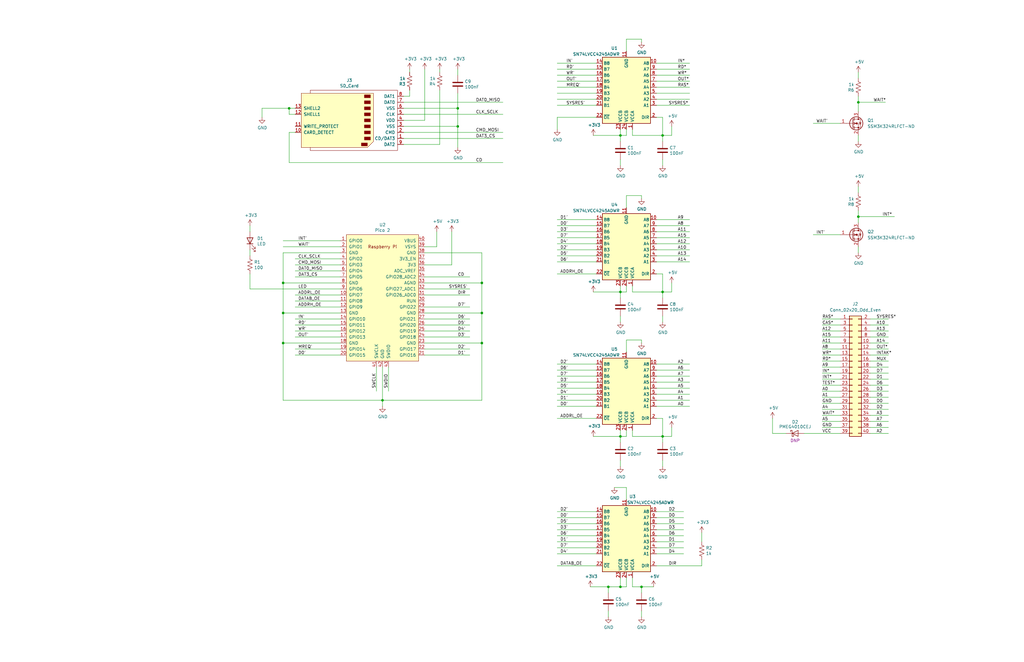
<source format=kicad_sch>
(kicad_sch (version 20250114) (generator "eeschema") (generator_version "9.0")
  (paper "B")
  (lib_symbols
    (symbol "Connector:SD_Card" (pin_names (offset 1.016))
      (property "Reference" "J" (at -16.51 13.97 0))
      (property "Value" "SD_Card" (at 15.24 -13.97 0))
      (symbol "SD_Card_1_1"
        (pin input line (at -22.86 10.16 0) (length 2.54) (name "DAT2") (number "9"))
        (pin input line (at -22.86 7.62 0) (length 2.54) (name "CD/DAT3") (number "1"))
        (pin input line (at -22.86 5.08 0) (length 2.54) (name "CMD") (number "2"))
        (pin power_in line (at -22.86 2.54 0) (length 2.54) (name "VSS") (number "3"))
        (pin power_in line (at -22.86 0 0) (length 2.54) (name "VDD") (number "4"))
        (pin input line (at -22.86 -2.54 0) (length 2.54) (name "CLK") (number "5"))
        (pin power_in line (at -22.86 -5.08 0) (length 2.54) (name "VSS") (number "6"))
        (pin input line (at -22.86 -7.62 0) (length 2.54) (name "DAT0") (number "7"))
        (pin input line (at -22.86 -10.16 0) (length 2.54) (name "DAT1") (number "8"))
        (pin input line (at 22.86 5.08 180) (length 2.54) (name "CARD_DETECT") (number "10"))
        (pin input line (at 22.86 2.54 180) (length 2.54) (name "WRITE_PROTECT") (number "11"))
        (pin input line (at 22.86 -2.54 180) (length 2.54) (name "SHELL1") (number "12"))
        (pin input line (at 22.86 -5.08 180) (length 2.54) (name "SHELL2") (number "13"))
      )
    )
    (symbol "Connector_Generic:Conn_02x20_Odd_Even" (pin_names (offset 1.016) (hide yes))
      (property "Reference" "J" (at 1.27 25.4 0))
      (property "Value" "Conn_02x20_Odd_Even" (at 1.27 -27.94 0))
      (symbol "Conn_02x20_Odd_Even_1_1"
        (pin passive line (at -5.08 22.86 0) (length 3.81) (name "Pin_1") (number "1"))
        (pin passive line (at -5.08 20.32 0) (length 3.81) (name "Pin_3") (number "3"))
        (pin passive line (at -5.08 17.78 0) (length 3.81) (name "Pin_5") (number "5"))
        (pin passive line (at -5.08 15.24 0) (length 3.81) (name "Pin_7") (number "7"))
        (pin passive line (at -5.08 12.7 0) (length 3.81) (name "Pin_9") (number "9"))
        (pin passive line (at -5.08 10.16 0) (length 3.81) (name "Pin_11") (number "11"))
        (pin passive line (at -5.08 7.62 0) (length 3.81) (name "Pin_13") (number "13"))
        (pin passive line (at -5.08 5.08 0) (length 3.81) (name "Pin_15") (number "15"))
        (pin passive line (at -5.08 2.54 0) (length 3.81) (name "Pin_17") (number "17"))
        (pin passive line (at -5.08 0 0) (length 3.81) (name "Pin_19") (number "19"))
        (pin passive line (at -5.08 -2.54 0) (length 3.81) (name "Pin_21") (number "21"))
        (pin passive line (at -5.08 -5.08 0) (length 3.81) (name "Pin_23") (number "23"))
        (pin passive line (at -5.08 -7.62 0) (length 3.81) (name "Pin_25") (number "25"))
        (pin passive line (at -5.08 -10.16 0) (length 3.81) (name "Pin_27") (number "27"))
        (pin passive line (at -5.08 -12.7 0) (length 3.81) (name "Pin_29") (number "29"))
        (pin passive line (at -5.08 -15.24 0) (length 3.81) (name "Pin_31") (number "31"))
        (pin passive line (at -5.08 -17.78 0) (length 3.81) (name "Pin_33") (number "33"))
        (pin passive line (at -5.08 -20.32 0) (length 3.81) (name "Pin_35") (number "35"))
        (pin passive line (at -5.08 -22.86 0) (length 3.81) (name "Pin_37") (number "37"))
        (pin passive line (at -5.08 -25.4 0) (length 3.81) (name "Pin_39") (number "39"))
        (pin passive line (at 7.62 22.86 180) (length 3.81) (name "Pin_2") (number "2"))
        (pin passive line (at 7.62 20.32 180) (length 3.81) (name "Pin_4") (number "4"))
        (pin passive line (at 7.62 17.78 180) (length 3.81) (name "Pin_6") (number "6"))
        (pin passive line (at 7.62 15.24 180) (length 3.81) (name "Pin_8") (number "8"))
        (pin passive line (at 7.62 12.7 180) (length 3.81) (name "Pin_10") (number "10"))
        (pin passive line (at 7.62 10.16 180) (length 3.81) (name "Pin_12") (number "12"))
        (pin passive line (at 7.62 7.62 180) (length 3.81) (name "Pin_14") (number "14"))
        (pin passive line (at 7.62 5.08 180) (length 3.81) (name "Pin_16") (number "16"))
        (pin passive line (at 7.62 2.54 180) (length 3.81) (name "Pin_18") (number "18"))
        (pin passive line (at 7.62 0 180) (length 3.81) (name "Pin_20") (number "20"))
        (pin passive line (at 7.62 -2.54 180) (length 3.81) (name "Pin_22") (number "22"))
        (pin passive line (at 7.62 -5.08 180) (length 3.81) (name "Pin_24") (number "24"))
        (pin passive line (at 7.62 -7.62 180) (length 3.81) (name "Pin_26") (number "26"))
        (pin passive line (at 7.62 -10.16 180) (length 3.81) (name "Pin_28") (number "28"))
        (pin passive line (at 7.62 -12.7 180) (length 3.81) (name "Pin_30") (number "30"))
        (pin passive line (at 7.62 -15.24 180) (length 3.81) (name "Pin_32") (number "32"))
        (pin passive line (at 7.62 -17.78 180) (length 3.81) (name "Pin_34") (number "34"))
        (pin passive line (at 7.62 -20.32 180) (length 3.81) (name "Pin_36") (number "36"))
        (pin passive line (at 7.62 -22.86 180) (length 3.81) (name "Pin_38") (number "38"))
        (pin passive line (at 7.62 -25.4 180) (length 3.81) (name "Pin_40") (number "40"))
      )
    )
    (symbol "Device:C" (pin_numbers (hide yes)) (pin_names (offset 0.254))
      (property "Reference" "C" (at 0.635 2.54 0))
      (property "Value" "C" (at 0.635 -2.54 0))
      (symbol "C_1_1"
        (pin passive line (at 0 3.81 270) (length 2.794) (name "~") (number "1"))
        (pin passive line (at 0 -3.81 90) (length 2.794) (name "~") (number "2"))
      )
    )
    (symbol "Device:LED" (pin_numbers (hide yes)) (pin_names (offset 1.016) (hide yes))
      (property "Reference" "D" (at 0 2.54 0))
      (property "Value" "LED" (at 0 -2.54 0))
      (symbol "LED_1_1"
        (pin passive line (at -3.81 0 0) (length 2.54) (name "K") (number "1"))
        (pin passive line (at 3.81 0 180) (length 2.54) (name "A") (number "2"))
      )
    )
    (symbol "Device:Q_NMOS_GSD" (pin_names (offset 0) (hide yes))
      (property "Reference" "Q" (at 5.08 1.27 0))
      (property "Value" "Q_NMOS_GSD" (at 5.08 -1.27 0))
      (symbol "Q_NMOS_GSD_1_1"
        (pin input line (at -5.08 0 0) (length 2.54) (name "G") (number "1"))
        (pin passive line (at 2.54 5.08 270) (length 2.54) (name "D") (number "3"))
        (pin passive line (at 2.54 -5.08 90) (length 2.54) (name "S") (number "2"))
      )
    )
    (symbol "Device:R_US" (pin_numbers (hide yes)) (pin_names (offset 0))
      (property "Reference" "R" (at 2.54 0 90))
      (property "Value" "R_US" (at -2.54 0 90))
      (symbol "R_US_1_1"
        (pin passive line (at 0 3.81 270) (length 1.27) (name "~") (number "1"))
        (pin passive line (at 0 -3.81 90) (length 1.27) (name "~") (number "2"))
      )
    )
    (symbol "Diode:PMEG4010CEJ" (pin_numbers (hide yes)) (pin_names (hide yes))
      (property "Reference" "D" (at 0 2.54 0))
      (property "Value" "PMEG4010CEJ" (at 0 -2.54 0))
      (symbol "PMEG4010CEJ_1_1"
        (pin passive line (at -3.81 0 0) (length 2.54) (name "K") (number "1"))
        (pin passive line (at 3.81 0 180) (length 2.54) (name "A") (number "2"))
      )
    )
    (symbol "Logic_LevelTranslator:SN74AVC8T245PW"
      (property "Reference" "U" (at -8.89 13.97 0))
      (property "Value" "SN74AVC8T245PW" (at 12.7 13.97 0))
      (symbol "SN74AVC8T245PW_1_1"
        (pin input line (at -12.7 10.16 0) (length 2.54) (name "DIR") (number "2"))
        (pin bidirectional line (at -12.7 5.08 0) (length 2.54) (name "A1") (number "3"))
        (pin bidirectional line (at -12.7 2.54 0) (length 2.54) (name "A2") (number "4"))
        (pin bidirectional line (at -12.7 0 0) (length 2.54) (name "A3") (number "5"))
        (pin bidirectional line (at -12.7 -2.54 0) (length 2.54) (name "A4") (number "6"))
        (pin bidirectional line (at -12.7 -5.08 0) (length 2.54) (name "A5") (number "7"))
        (pin bidirectional line (at -12.7 -7.62 0) (length 2.54) (name "A6") (number "8"))
        (pin bidirectional line (at -12.7 -10.16 0) (length 2.54) (name "A7") (number "9"))
        (pin bidirectional line (at -12.7 -12.7 0) (length 2.54) (name "A8") (number "10"))
        (pin power_in line (at -2.54 15.24 270) (length 2.54) (name "VCCA") (number "1"))
        (pin power_in line (at 0 15.24 270) (length 2.54) (name "VCCB") (number "24"))
        (pin power_in line (at 0 -17.78 90) (length 2.54) (name "GND") (number "11"))
        (pin passive line (at 0 -17.78 90) (length 2.54) (hide yes) (name "GND") (number "12"))
        (pin passive line (at 0 -17.78 90) (length 2.54) (hide yes) (name "GND") (number "13"))
        (pin power_in line (at 2.54 15.24 270) (length 2.54) (name "VCCB") (number "23"))
        (pin input line (at 12.7 10.16 180) (length 2.54) (name "~{OE}") (number "22"))
        (pin bidirectional line (at 12.7 5.08 180) (length 2.54) (name "B1") (number "21"))
        (pin bidirectional line (at 12.7 2.54 180) (length 2.54) (name "B2") (number "20"))
        (pin bidirectional line (at 12.7 0 180) (length 2.54) (name "B3") (number "19"))
        (pin bidirectional line (at 12.7 -2.54 180) (length 2.54) (name "B4") (number "18"))
        (pin bidirectional line (at 12.7 -5.08 180) (length 2.54) (name "B5") (number "17"))
        (pin bidirectional line (at 12.7 -7.62 180) (length 2.54) (name "B6") (number "16"))
        (pin bidirectional line (at 12.7 -10.16 180) (length 2.54) (name "B7") (number "15"))
        (pin bidirectional line (at 12.7 -12.7 180) (length 2.54) (name "B8") (number "14"))
      )
    )
    (symbol "MCU_PI_PICO:Pico" (pin_names (offset 1.016))
      (property "Reference" "U" (at -13.97 27.94 0))
      (property "Value" "Pico" (at 0 19.05 0))
      (symbol "Pico_0_0"
        (text "Raspberry Pi" (at 0 21.59 0) (effects (font (size 1.27 1.27))))
      )
      (symbol "Pico_1_1"
        (pin bidirectional line (at -17.78 24.13 0) (length 2.54) (name "GPIO0") (number "1"))
        (pin bidirectional line (at -17.78 21.59 0) (length 2.54) (name "GPIO1") (number "2"))
        (pin power_in line (at -17.78 19.05 0) (length 2.54) (name "GND") (number "3"))
        (pin bidirectional line (at -17.78 16.51 0) (length 2.54) (name "GPIO2") (number "4"))
        (pin bidirectional line (at -17.78 13.97 0) (length 2.54) (name "GPIO3") (number "5"))
        (pin bidirectional line (at -17.78 11.43 0) (length 2.54) (name "GPIO4") (number "6"))
        (pin bidirectional line (at -17.78 8.89 0) (length 2.54) (name "GPIO5") (number "7"))
        (pin power_in line (at -17.78 6.35 0) (length 2.54) (name "GND") (number "8"))
        (pin bidirectional line (at -17.78 3.81 0) (length 2.54) (name "GPIO6") (number "9"))
        (pin bidirectional line (at -17.78 1.27 0) (length 2.54) (name "GPIO7") (number "10"))
        (pin bidirectional line (at -17.78 -1.27 0) (length 2.54) (name "GPIO8") (number "11"))
        (pin bidirectional line (at -17.78 -3.81 0) (length 2.54) (name "GPIO9") (number "12"))
        (pin power_in line (at -17.78 -6.35 0) (length 2.54) (name "GND") (number "13"))
        (pin bidirectional line (at -17.78 -8.89 0) (length 2.54) (name "GPIO10") (number "14"))
        (pin bidirectional line (at -17.78 -11.43 0) (length 2.54) (name "GPIO11") (number "15"))
        (pin bidirectional line (at -17.78 -13.97 0) (length 2.54) (name "GPIO12") (number "16"))
        (pin bidirectional line (at -17.78 -16.51 0) (length 2.54) (name "GPIO13") (number "17"))
        (pin power_in line (at -17.78 -19.05 0) (length 2.54) (name "GND") (number "18"))
        (pin bidirectional line (at -17.78 -21.59 0) (length 2.54) (name "GPIO14") (number "19"))
        (pin bidirectional line (at -17.78 -24.13 0) (length 2.54) (name "GPIO15") (number "20"))
        (pin input line (at -2.54 -29.21 90) (length 2.54) (name "SWCLK") (number "41"))
        (pin power_in line (at 0 -29.21 90) (length 2.54) (name "GND") (number "42"))
        (pin bidirectional line (at 2.54 -29.21 90) (length 2.54) (name "SWDIO") (number "43"))
        (pin unspecified line (at 17.78 24.13 180) (length 2.54) (name "VBUS") (number "40"))
        (pin unspecified line (at 17.78 21.59 180) (length 2.54) (name "VSYS") (number "39"))
        (pin bidirectional line (at 17.78 19.05 180) (length 2.54) (name "GND") (number "38"))
        (pin input line (at 17.78 16.51 180) (length 2.54) (name "3V3_EN") (number "37"))
        (pin unspecified line (at 17.78 13.97 180) (length 2.54) (name "3V3") (number "36"))
        (pin unspecified line (at 17.78 11.43 180) (length 2.54) (name "ADC_VREF") (number "35"))
        (pin bidirectional line (at 17.78 8.89 180) (length 2.54) (name "GPIO28_ADC2") (number "34"))
        (pin power_in line (at 17.78 6.35 180) (length 2.54) (name "AGND") (number "33"))
        (pin bidirectional line (at 17.78 3.81 180) (length 2.54) (name "GPIO27_ADC1") (number "32"))
        (pin bidirectional line (at 17.78 1.27 180) (length 2.54) (name "GPIO26_ADC0") (number "31"))
        (pin input line (at 17.78 -1.27 180) (length 2.54) (name "RUN") (number "30"))
        (pin bidirectional line (at 17.78 -3.81 180) (length 2.54) (name "GPIO22") (number "29"))
        (pin power_in line (at 17.78 -6.35 180) (length 2.54) (name "GND") (number "28"))
        (pin bidirectional line (at 17.78 -8.89 180) (length 2.54) (name "GPIO21") (number "27"))
        (pin bidirectional line (at 17.78 -11.43 180) (length 2.54) (name "GPIO20") (number "26"))
        (pin bidirectional line (at 17.78 -13.97 180) (length 2.54) (name "GPIO19") (number "25"))
        (pin bidirectional line (at 17.78 -16.51 180) (length 2.54) (name "GPIO18") (number "24"))
        (pin power_in line (at 17.78 -19.05 180) (length 2.54) (name "GND") (number "23"))
        (pin bidirectional line (at 17.78 -21.59 180) (length 2.54) (name "GPIO17") (number "22"))
        (pin bidirectional line (at 17.78 -24.13 180) (length 2.54) (name "GPIO16") (number "21"))
      )
    )
    (symbol "power:+3.3V" (power) (pin_names (offset 0))
      (property "Value" "+3.3V" (at 0 3.556 0))
      (symbol "+3.3V_1_1"
        (pin power_in line (at 0 0 90) (length 0) (hide yes) (name "+3V3") (number "1"))
      )
    )
    (symbol "power:+5V" (power) (pin_names (offset 0))
      (property "Value" "+5V" (at 0 3.556 0))
      (symbol "+5V_1_1"
        (pin power_in line (at 0 0 90) (length 0) (hide yes) (name "+5V") (number "1"))
      )
    )
    (symbol "power:GND" (power) (pin_names (offset 0))
      (property "Value" "GND" (at 0 -3.81 0))
      (symbol "GND_1_1"
        (pin power_in line (at 0 0 270) (length 0) (hide yes) (name "GND") (number "1"))
      )
    )
  )
  (junction (at 261.62 247.65))
  (junction (at 193.04 53.34))
  (junction (at 279.4 184.15))
  (junction (at 279.4 123.19))
  (junction (at 279.4 57.15))
  (junction (at 261.62 123.19))
  (junction (at 261.62 57.15))
  (junction (at 261.62 184.15))
  (junction (at 361.95 91.44))
  (junction (at 203.2 132.08))
  (junction (at 256.54 247.65))
  (junction (at 203.2 119.38))
  (junction (at 361.95 43.18))
  (junction (at 119.38 132.08))
  (junction (at 161.29 168.91))
  (junction (at 119.38 119.38))
  (junction (at 121.92 45.72))
  (junction (at 119.38 144.78))
  (junction (at 193.04 45.72))
  (junction (at 270.51 247.65))
  (junction (at 203.2 144.78))
  (wire (pts (xy 261.62 54.61) (xy 261.62 57.15)))
  (wire (pts (xy 270.51 260.35) (xy 270.51 257.81)))
  (wire (pts (xy 276.86 171.45) (xy 290.83 171.45)))
  (wire (pts (xy 124.46 55.88) (xy 121.92 55.88)))
  (wire (pts (xy 279.4 69.85) (xy 279.4 67.31)))
  (wire (pts (xy 367.03 182.88) (xy 374.65 182.88)))
  (wire (pts (xy 276.86 158.75) (xy 290.83 158.75)))
  (wire (pts (xy 193.04 45.72) (xy 193.04 53.34)))
  (wire (pts (xy 185.42 60.96) (xy 170.18 60.96)))
  (wire (pts (xy 279.4 176.53) (xy 279.4 184.15)))
  (wire (pts (xy 276.86 107.95) (xy 290.83 107.95)))
  (wire (pts (xy 346.71 139.7) (xy 354.33 139.7)))
  (wire (pts (xy 179.07 119.38) (xy 203.2 119.38)))
  (wire (pts (xy 367.03 167.64) (xy 374.65 167.64)))
  (wire (pts (xy 251.46 36.83) (xy 234.95 36.83)))
  (wire (pts (xy 346.71 149.86) (xy 354.33 149.86)))
  (wire (pts (xy 105.41 97.79) (xy 105.41 95.25)))
  (wire (pts (xy 234.95 95.25) (xy 251.46 95.25)))
  (wire (pts (xy 276.86 26.67) (xy 290.83 26.67)))
  (wire (pts (xy 203.2 144.78) (xy 203.2 168.91)))
  (wire (pts (xy 276.86 105.41) (xy 290.83 105.41)))
  (wire (pts (xy 185.42 38.1) (xy 185.42 60.96)))
  (wire (pts (xy 250.19 123.19) (xy 261.62 123.19)))
  (wire (pts (xy 143.51 127) (xy 124.46 127)))
  (wire (pts (xy 143.51 137.16) (xy 124.46 137.16)))
  (wire (pts (xy 361.95 91.44) (xy 377.19 91.44)))
  (wire (pts (xy 234.95 34.29) (xy 251.46 34.29)))
  (wire (pts (xy 276.86 163.83) (xy 290.83 163.83)))
  (wire (pts (xy 276.86 41.91) (xy 290.83 41.91)))
  (wire (pts (xy 279.4 135.89) (xy 279.4 133.35)))
  (wire (pts (xy 361.95 59.69) (xy 361.95 57.15)))
  (wire (pts (xy 119.38 119.38) (xy 143.51 119.38)))
  (wire (pts (xy 234.95 44.45) (xy 251.46 44.45)))
  (wire (pts (xy 367.03 147.32) (xy 374.65 147.32)))
  (wire (pts (xy 288.29 223.52) (xy 276.86 223.52)))
  (wire (pts (xy 361.95 93.98) (xy 361.95 91.44)))
  (wire (pts (xy 105.41 115.57) (xy 105.41 121.92)))
  (wire (pts (xy 179.07 149.86) (xy 198.12 149.86)))
  (wire (pts (xy 295.91 224.79) (xy 295.91 228.6)))
  (wire (pts (xy 256.54 250.19) (xy 256.54 247.65)))
  (wire (pts (xy 179.07 111.76) (xy 190.5 111.76)))
  (wire (pts (xy 276.86 168.91) (xy 290.83 168.91)))
  (wire (pts (xy 270.51 17.78) (xy 270.51 16.51)))
  (wire (pts (xy 234.95 105.41) (xy 251.46 105.41)))
  (wire (pts (xy 251.46 163.83) (xy 234.95 163.83)))
  (wire (pts (xy 143.51 111.76) (xy 124.46 111.76)))
  (wire (pts (xy 170.18 53.34) (xy 193.04 53.34)))
  (wire (pts (xy 346.71 144.78) (xy 354.33 144.78)))
  (wire (pts (xy 251.46 220.98) (xy 234.95 220.98)))
  (wire (pts (xy 163.83 154.94) (xy 163.83 165.1)))
  (wire (pts (xy 276.86 156.21) (xy 290.83 156.21)))
  (wire (pts (xy 264.16 123.19) (xy 264.16 120.65)))
  (wire (pts (xy 367.03 134.62) (xy 374.65 134.62)))
  (wire (pts (xy 346.71 177.8) (xy 354.33 177.8)))
  (wire (pts (xy 161.29 168.91) (xy 203.2 168.91)))
  (wire (pts (xy 193.04 29.21) (xy 193.04 31.75)))
  (wire (pts (xy 203.2 119.38) (xy 203.2 132.08)))
  (wire (pts (xy 367.03 144.78) (xy 374.65 144.78)))
  (wire (pts (xy 179.07 147.32) (xy 198.12 147.32)))
  (wire (pts (xy 193.04 39.37) (xy 193.04 45.72)))
  (wire (pts (xy 250.19 57.15) (xy 261.62 57.15)))
  (wire (pts (xy 279.4 123.19) (xy 283.21 123.19)))
  (wire (pts (xy 346.71 175.26) (xy 354.33 175.26)))
  (wire (pts (xy 179.07 134.62) (xy 198.12 134.62)))
  (wire (pts (xy 234.95 153.67) (xy 251.46 153.67)))
  (wire (pts (xy 119.38 144.78) (xy 119.38 168.91)))
  (wire (pts (xy 346.71 180.34) (xy 354.33 180.34)))
  (wire (pts (xy 119.38 106.68) (xy 119.38 119.38)))
  (wire (pts (xy 276.86 102.87) (xy 290.83 102.87)))
  (wire (pts (xy 367.03 165.1) (xy 374.65 165.1)))
  (wire (pts (xy 346.71 165.1) (xy 354.33 165.1)))
  (wire (pts (xy 158.75 154.94) (xy 158.75 165.1)))
  (wire (pts (xy 179.07 137.16) (xy 198.12 137.16)))
  (wire (pts (xy 276.86 34.29) (xy 290.83 34.29)))
  (wire (pts (xy 143.51 142.24) (xy 124.46 142.24)))
  (wire (pts (xy 264.16 87.63) (xy 264.16 82.55)))
  (wire (pts (xy 270.51 144.78) (xy 270.51 143.51)))
  (wire (pts (xy 190.5 97.79) (xy 190.5 111.76)))
  (wire (pts (xy 276.86 97.79) (xy 290.83 97.79)))
  (wire (pts (xy 261.62 243.84) (xy 261.62 247.65)))
  (wire (pts (xy 367.03 170.18) (xy 374.65 170.18)))
  (wire (pts (xy 161.29 168.91) (xy 161.29 171.45)))
  (wire (pts (xy 251.46 41.91) (xy 234.95 41.91)))
  (wire (pts (xy 179.07 144.78) (xy 203.2 144.78)))
  (wire (pts (xy 266.7 184.15) (xy 279.4 184.15)))
  (wire (pts (xy 172.72 38.1) (xy 172.72 40.64)))
  (wire (pts (xy 346.71 170.18) (xy 354.33 170.18)))
  (wire (pts (xy 288.29 228.6) (xy 276.86 228.6)))
  (wire (pts (xy 143.51 116.84) (xy 124.46 116.84)))
  (wire (pts (xy 346.71 154.94) (xy 354.33 154.94)))
  (wire (pts (xy 264.16 148.59) (xy 264.16 143.51)))
  (wire (pts (xy 119.38 104.14) (xy 143.51 104.14)))
  (wire (pts (xy 266.7 181.61) (xy 266.7 184.15)))
  (wire (pts (xy 361.95 46.99) (xy 361.95 43.18)))
  (wire (pts (xy 124.46 45.72) (xy 121.92 45.72)))
  (wire (pts (xy 361.95 106.68) (xy 361.95 104.14)))
  (wire (pts (xy 270.51 83.82) (xy 270.51 82.55)))
  (wire (pts (xy 279.4 57.15) (xy 283.21 57.15)))
  (wire (pts (xy 276.86 92.71) (xy 290.83 92.71)))
  (wire (pts (xy 105.41 121.92) (xy 143.51 121.92)))
  (wire (pts (xy 251.46 92.71) (xy 234.95 92.71)))
  (wire (pts (xy 346.71 152.4) (xy 354.33 152.4)))
  (wire (pts (xy 339.09 182.88) (xy 354.33 182.88)))
  (wire (pts (xy 121.92 68.58) (xy 212.09 68.58)))
  (wire (pts (xy 266.7 120.65) (xy 266.7 123.19)))
  (wire (pts (xy 367.03 162.56) (xy 374.65 162.56)))
  (wire (pts (xy 143.51 129.54) (xy 124.46 129.54)))
  (wire (pts (xy 367.03 172.72) (xy 374.65 172.72)))
  (wire (pts (xy 143.51 134.62) (xy 124.46 134.62)))
  (wire (pts (xy 276.86 238.76) (xy 295.91 238.76)))
  (wire (pts (xy 346.71 157.48) (xy 354.33 157.48)))
  (wire (pts (xy 276.86 39.37) (xy 290.83 39.37)))
  (wire (pts (xy 170.18 48.26) (xy 212.09 48.26)))
  (wire (pts (xy 367.03 142.24) (xy 374.65 142.24)))
  (wire (pts (xy 234.95 215.9) (xy 251.46 215.9)))
  (wire (pts (xy 184.15 97.79) (xy 184.15 104.14)))
  (wire (pts (xy 259.08 205.74) (xy 264.16 205.74)))
  (wire (pts (xy 367.03 139.7) (xy 374.65 139.7)))
  (wire (pts (xy 179.07 139.7) (xy 198.12 139.7)))
  (wire (pts (xy 270.51 143.51) (xy 264.16 143.51)))
  (wire (pts (xy 276.86 31.75) (xy 290.83 31.75)))
  (wire (pts (xy 251.46 161.29) (xy 234.95 161.29)))
  (wire (pts (xy 266.7 57.15) (xy 279.4 57.15)))
  (wire (pts (xy 346.71 137.16) (xy 354.33 137.16)))
  (wire (pts (xy 121.92 48.26) (xy 121.92 45.72)))
  (wire (pts (xy 346.71 160.02) (xy 354.33 160.02)))
  (wire (pts (xy 276.86 218.44) (xy 288.29 218.44)))
  (wire (pts (xy 342.9 52.07) (xy 354.33 52.07)))
  (wire (pts (xy 361.95 40.64) (xy 361.95 43.18)))
  (wire (pts (xy 331.47 182.88) (xy 325.755 182.88)))
  (wire (pts (xy 276.86 233.68) (xy 288.29 233.68)))
  (wire (pts (xy 270.51 82.55) (xy 264.16 82.55)))
  (wire (pts (xy 361.95 88.9) (xy 361.95 91.44)))
  (wire (pts (xy 119.38 168.91) (xy 161.29 168.91)))
  (wire (pts (xy 119.38 132.08) (xy 143.51 132.08)))
  (wire (pts (xy 251.46 223.52) (xy 234.95 223.52)))
  (wire (pts (xy 256.54 260.35) (xy 256.54 257.81)))
  (wire (pts (xy 361.95 30.48) (xy 361.95 33.02)))
  (wire (pts (xy 203.2 106.68) (xy 203.2 119.38)))
  (wire (pts (xy 161.29 154.94) (xy 161.29 168.91)))
  (wire (pts (xy 143.51 109.22) (xy 124.46 109.22)))
  (wire (pts (xy 367.03 154.94) (xy 374.65 154.94)))
  (wire (pts (xy 248.92 247.65) (xy 256.54 247.65)))
  (wire (pts (xy 276.86 226.06) (xy 288.29 226.06)))
  (wire (pts (xy 270.51 247.65) (xy 275.59 247.65)))
  (wire (pts (xy 367.03 152.4) (xy 374.65 152.4)))
  (wire (pts (xy 121.92 55.88) (xy 121.92 68.58)))
  (wire (pts (xy 270.51 250.19) (xy 270.51 247.65)))
  (wire (pts (xy 270.51 16.51) (xy 264.16 16.51)))
  (wire (pts (xy 172.72 40.64) (xy 170.18 40.64)))
  (wire (pts (xy 121.92 45.72) (xy 110.49 45.72)))
  (wire (pts (xy 234.95 158.75) (xy 251.46 158.75)))
  (wire (pts (xy 234.95 218.44) (xy 251.46 218.44)))
  (wire (pts (xy 276.86 36.83) (xy 290.83 36.83)))
  (wire (pts (xy 170.18 45.72) (xy 193.04 45.72)))
  (wire (pts (xy 170.18 43.18) (xy 212.09 43.18)))
  (wire (pts (xy 261.62 125.73) (xy 261.62 123.19)))
  (wire (pts (xy 234.95 238.76) (xy 251.46 238.76)))
  (wire (pts (xy 234.95 231.14) (xy 251.46 231.14)))
  (wire (pts (xy 264.16 21.59) (xy 264.16 16.51)))
  (wire (pts (xy 283.21 180.34) (xy 283.21 184.15)))
  (wire (pts (xy 276.86 49.53) (xy 279.4 49.53)))
  (wire (pts (xy 283.21 119.38) (xy 283.21 123.19)))
  (wire (pts (xy 234.95 102.87) (xy 251.46 102.87)))
  (wire (pts (xy 279.4 49.53) (xy 279.4 57.15)))
  (wire (pts (xy 234.95 166.37) (xy 251.46 166.37)))
  (wire (pts (xy 264.16 247.65) (xy 264.16 243.84)))
  (wire (pts (xy 119.38 132.08) (xy 119.38 144.78)))
  (wire (pts (xy 266.7 243.84) (xy 266.7 247.65)))
  (wire (pts (xy 264.16 184.15) (xy 264.16 181.61)))
  (wire (pts (xy 251.46 156.21) (xy 234.95 156.21)))
  (wire (pts (xy 119.38 119.38) (xy 119.38 132.08)))
  (wire (pts (xy 234.95 171.45) (xy 251.46 171.45)))
  (wire (pts (xy 261.62 57.15) (xy 264.16 57.15)))
  (wire (pts (xy 234.95 49.53) (xy 251.46 49.53)))
  (wire (pts (xy 261.62 69.85) (xy 261.62 67.31)))
  (wire (pts (xy 276.86 100.33) (xy 290.83 100.33)))
  (wire (pts (xy 283.21 53.34) (xy 283.21 57.15)))
  (wire (pts (xy 361.95 43.18) (xy 373.38 43.18)))
  (wire (pts (xy 261.62 120.65) (xy 261.62 123.19)))
  (wire (pts (xy 346.71 147.32) (xy 354.33 147.32)))
  (wire (pts (xy 251.46 110.49) (xy 234.95 110.49)))
  (wire (pts (xy 143.51 147.32) (xy 124.46 147.32)))
  (wire (pts (xy 179.07 121.92) (xy 198.12 121.92)))
  (wire (pts (xy 251.46 226.06) (xy 234.95 226.06)))
  (wire (pts (xy 251.46 29.21) (xy 234.95 29.21)))
  (wire (pts (xy 179.07 106.68) (xy 203.2 106.68)))
  (wire (pts (xy 172.72 29.21) (xy 172.72 30.48)))
  (wire (pts (xy 250.19 184.15) (xy 261.62 184.15)))
  (wire (pts (xy 261.62 59.69) (xy 261.62 57.15)))
  (wire (pts (xy 179.07 132.08) (xy 203.2 132.08)))
  (wire (pts (xy 170.18 58.42) (xy 212.09 58.42)))
  (wire (pts (xy 276.86 176.53) (xy 279.4 176.53)))
  (wire (pts (xy 261.62 181.61) (xy 261.62 184.15)))
  (wire (pts (xy 346.71 142.24) (xy 354.33 142.24)))
  (wire (pts (xy 143.51 101.6) (xy 119.38 101.6)))
  (wire (pts (xy 346.71 134.62) (xy 354.33 134.62)))
  (wire (pts (xy 251.46 107.95) (xy 234.95 107.95)))
  (wire (pts (xy 346.71 172.72) (xy 354.33 172.72)))
  (wire (pts (xy 288.29 220.98) (xy 276.86 220.98)))
  (wire (pts (xy 251.46 97.79) (xy 234.95 97.79)))
  (wire (pts (xy 234.95 49.53) (xy 234.95 54.61)))
  (wire (pts (xy 367.03 177.8) (xy 374.65 177.8)))
  (wire (pts (xy 367.03 137.16) (xy 374.65 137.16)))
  (wire (pts (xy 234.95 26.67) (xy 251.46 26.67)))
  (wire (pts (xy 346.71 162.56) (xy 354.33 162.56)))
  (wire (pts (xy 276.86 153.67) (xy 290.83 153.67)))
  (wire (pts (xy 143.51 139.7) (xy 124.46 139.7)))
  (wire (pts (xy 295.91 236.22) (xy 295.91 238.76)))
  (wire (pts (xy 234.95 39.37) (xy 251.46 39.37)))
  (wire (pts (xy 251.46 31.75) (xy 234.95 31.75)))
  (wire (pts (xy 179.07 104.14) (xy 184.15 104.14)))
  (wire (pts (xy 234.95 233.68) (xy 251.46 233.68)))
  (wire (pts (xy 342.9 99.06) (xy 354.33 99.06)))
  (wire (pts (xy 276.86 161.29) (xy 290.83 161.29)))
  (wire (pts (xy 234.95 176.53) (xy 251.46 176.53)))
  (wire (pts (xy 276.86 110.49) (xy 290.83 110.49)))
  (wire (pts (xy 367.03 180.34) (xy 374.65 180.34)))
  (wire (pts (xy 179.07 116.84) (xy 198.12 116.84)))
  (wire (pts (xy 288.29 231.14) (xy 276.86 231.14)))
  (wire (pts (xy 170.18 55.88) (xy 212.09 55.88)))
  (wire (pts (xy 261.62 247.65) (xy 264.16 247.65)))
  (wire (pts (xy 367.03 157.48) (xy 374.65 157.48)))
  (wire (pts (xy 361.95 78.74) (xy 361.95 81.28)))
  (wire (pts (xy 119.38 106.68) (xy 143.51 106.68)))
  (wire (pts (xy 279.4 186.69) (xy 279.4 184.15)))
  (wire (pts (xy 234.95 115.57) (xy 251.46 115.57)))
  (wire (pts (xy 143.51 124.46) (xy 124.46 124.46)))
  (wire (pts (xy 261.62 184.15) (xy 264.16 184.15)))
  (wire (pts (xy 193.04 53.34) (xy 193.04 62.23)))
  (wire (pts (xy 105.41 107.95) (xy 105.41 105.41)))
  (wire (pts (xy 367.03 149.86) (xy 374.65 149.86)))
  (wire (pts (xy 266.7 54.61) (xy 266.7 57.15)))
  (wire (pts (xy 276.86 29.21) (xy 290.83 29.21)))
  (wire (pts (xy 124.46 48.26) (xy 121.92 48.26)))
  (wire (pts (xy 279.4 184.15) (xy 283.21 184.15)))
  (wire (pts (xy 261.62 196.85) (xy 261.62 194.31)))
  (wire (pts (xy 276.86 115.57) (xy 279.4 115.57)))
  (wire (pts (xy 279.4 115.57) (xy 279.4 123.19)))
  (wire (pts (xy 266.7 123.19) (xy 279.4 123.19)))
  (wire (pts (xy 110.49 45.72) (xy 110.49 49.53)))
  (wire (pts (xy 203.2 132.08) (xy 203.2 144.78)))
  (wire (pts (xy 367.03 160.02) (xy 374.65 160.02)))
  (wire (pts (xy 143.51 114.3) (xy 124.46 114.3)))
  (wire (pts (xy 251.46 168.91) (xy 234.95 168.91)))
  (wire (pts (xy 170.18 50.8) (xy 179.07 50.8)))
  (wire (pts (xy 179.07 50.8) (xy 179.07 29.21)))
  (wire (pts (xy 276.86 215.9) (xy 288.29 215.9)))
  (wire (pts (xy 276.86 44.45) (xy 290.83 44.45)))
  (wire (pts (xy 261.62 135.89) (xy 261.62 133.35)))
  (wire (pts (xy 264.16 205.74) (xy 264.16 210.82)))
  (wire (pts (xy 261.62 123.19) (xy 264.16 123.19)))
  (wire (pts (xy 185.42 29.21) (xy 185.42 30.48)))
  (wire (pts (xy 276.86 166.37) (xy 290.83 166.37)))
  (wire (pts (xy 251.46 228.6) (xy 234.95 228.6)))
  (wire (pts (xy 256.54 247.65) (xy 261.62 247.65)))
  (wire (pts (xy 325.755 182.88) (xy 325.755 176.53)))
  (wire (pts (xy 234.95 100.33) (xy 251.46 100.33)))
  (wire (pts (xy 266.7 247.65) (xy 270.51 247.65)))
  (wire (pts (xy 179.07 142.24) (xy 198.12 142.24)))
  (wire (pts (xy 124.46 149.86) (xy 143.51 149.86)))
  (wire (pts (xy 119.38 144.78) (xy 143.51 144.78)))
  (wire (pts (xy 367.03 175.26) (xy 374.65 175.26)))
  (wire (pts (xy 198.12 124.46) (xy 179.07 124.46)))
  (wire (pts (xy 264.16 57.15) (xy 264.16 54.61)))
  (wire (pts (xy 279.4 196.85) (xy 279.4 194.31)))
  (wire (pts (xy 279.4 59.69) (xy 279.4 57.15)))
  (wire (pts (xy 261.62 186.69) (xy 261.62 184.15)))
  (wire (pts (xy 179.07 129.54) (xy 198.12 129.54)))
  (wire (pts (xy 346.71 167.64) (xy 354.33 167.64)))
  (wire (pts (xy 279.4 125.73) (xy 279.4 123.19)))
  (wire (pts (xy 276.86 95.25) (xy 290.83 95.25)))
  (label "D6" (at 369.57 162.56 0))
  (label "D5'" (at 193.04 137.16 0))
  (label "D0" (at 369.57 170.18 0))
  (label "A0" (at 285.75 171.45 0))
  (label "WR'" (at 125.73 139.7 0))
  (label "D6'" (at 236.22 156.21 0))
  (label "RAS*" (at 285.75 36.83 0))
  (label "DIR" (at 281.94 238.76 0))
  (label "A7" (at 285.75 158.75 0))
  (label "D6'" (at 193.04 134.62 0))
  (label "D7'" (at 236.22 231.14 0))
  (label "MREQ'" (at 125.73 147.32 0))
  (label "D1'" (at 236.22 228.6 0))
  (label "GND" (at 346.71 180.34 0))
  (label "D2'" (at 193.04 147.32 0))
  (label "GND" (at 369.57 142.24 0))
  (label "D6'" (at 236.22 110.49 0))
  (label "D5'" (at 236.22 220.98 0))
  (label "D6'" (at 236.22 226.06 0))
  (label "D7'" (at 236.22 100.33 0))
  (label "VCC" (at 346.71 182.88 0))
  (label "D1" (at 281.94 228.6 0))
  (label "D5'" (at 236.22 107.95 0))
  (label "D7" (at 281.94 231.14 0))
  (label "CLK_SCLK" (at 125.73 109.22 0))
  (label "D6" (at 281.94 226.06 0))
  (label "RD*" (at 346.71 152.4 0))
  (label "A6" (at 285.75 156.21 0))
  (label "A14" (at 285.75 110.49 0))
  (label "D4'" (at 236.22 166.37 0))
  (label "A2" (at 369.57 182.88 0))
  (label "D5'" (at 236.22 163.83 0))
  (label "INT*" (at 372.11 91.44 0))
  (label "ADDRL_OE" (at 236.22 176.53 0))
  (label "D4'" (at 236.22 233.68 0))
  (label "WAIT*" (at 368.3 43.18 0))
  (label "D1" (at 369.57 160.02 0))
  (label "D4" (at 281.94 233.68 0))
  (label "D2'" (at 236.22 153.67 0))
  (label "A15" (at 285.75 100.33 0))
  (label "OUT*" (at 285.75 34.29 0))
  (label "ADDRH_OE" (at 125.73 129.54 0))
  (label "CMD_MOSI" (at 125.73 111.76 0))
  (label "DAT0_MISO" (at 125.73 114.3 0))
  (label "A15" (at 346.71 142.24 0))
  (label "A11" (at 346.71 144.78 0))
  (label "A6" (at 369.57 180.34 0))
  (label "D7" (at 369.57 157.48 0))
  (label "DATAB_OE" (at 125.73 127 0))
  (label "CLK_SCLK" (at 200.66 48.26 0))
  (label "A14" (at 369.57 144.78 0))
  (label "A11" (at 285.75 97.79 0))
  (label "INT'" (at 125.73 101.6 0))
  (label "CMD_MOSI" (at 200.66 55.88 0))
  (label "D7'" (at 193.04 129.54 0))
  (label "WAIT'" (at 125.73 104.14 0))
  (label "D3" (at 281.94 223.52 0))
  (label "A13" (at 369.57 139.7 0))
  (label "A9" (at 285.75 92.71 0))
  (label "A5" (at 285.75 163.83 0))
  (label "D3'" (at 236.22 97.79 0))
  (label "D2" (at 281.94 215.9 0))
  (label "MREQ'" (at 238.76 36.83 0))
  (label "WR'" (at 238.76 31.75 0))
  (label "D2'" (at 236.22 105.41 0))
  (label "A12" (at 346.71 139.7 0))
  (label "D3'" (at 193.04 142.24 0))
  (label "A10" (at 369.57 137.16 0))
  (label "A5" (at 346.71 177.8 0))
  (label "MUX" (at 369.57 152.4 0))
  (label "D2'" (at 236.22 215.9 0))
  (label "LED" (at 125.73 121.92 0))
  (label "A7" (at 369.57 177.8 0))
  (label "D4'" (at 193.04 139.7 0))
  (label "OUT'" (at 125.73 142.24 0))
  (label "INT'" (at 344.17 99.06 0))
  (label "A4" (at 285.75 166.37 0))
  (label "D5" (at 369.57 167.64 0))
  (label "IN'" (at 125.73 134.62 0))
  (label "D1'" (at 236.22 168.91 0))
  (label "DIR" (at 193.04 124.46 0))
  (label "WAIT*" (at 346.71 175.26 0))
  (label "SYSRES*" (at 369.57 134.62 0))
  (label "CD" (at 193.04 116.84 0))
  (label "CD" (at 200.66 68.58 0))
  (label "INT*" (at 346.71 160.02 0))
  (label "A3" (at 369.57 175.26 0))
  (label "RD'" (at 125.73 137.16 0))
  (label "WR*" (at 285.75 31.75 0))
  (label "GND" (at 346.71 170.18 0))
  (label "A9" (at 346.71 154.94 0))
  (label "D1'" (at 193.04 149.86 0))
  (label "A3" (at 285.75 161.29 0))
  (label "D0'" (at 236.22 171.45 0))
  (label "D0" (at 281.94 218.44 0))
  (label "IN'" (at 238.76 26.67 0))
  (label "OUT'" (at 238.76 34.29 0))
  (label "D2" (at 369.57 172.72 0))
  (label "D4'" (at 236.22 102.87 0))
  (label "OUT*" (at 369.57 147.32 0))
  (label "D3" (at 369.57 165.1 0))
  (label "D0'" (at 236.22 218.44 0))
  (label "DAT3_CS" (at 200.66 58.42 0))
  (label "WR*" (at 346.71 149.86 0))
  (label "A13" (at 285.75 107.95 0))
  (label "D5" (at 281.94 220.98 0))
  (label "DAT3_CS" (at 125.73 116.84 0))
  (label "CAS*" (at 346.71 137.16 0))
  (label "A1" (at 285.75 168.91 0))
  (label "RD*" (at 285.75 29.21 0))
  (label "A4" (at 346.71 172.72 0))
  (label "SYSRES'" (at 189.23 121.92 0))
  (label "A8" (at 346.71 147.32 0))
  (label "SYSRES*" (at 281.94 44.45 0))
  (label "IN*" (at 285.75 26.67 0))
  (label "A0" (at 346.71 165.1 0))
  (label "SWCLK" (at 158.75 163.83 90))
  (label "D0'" (at 125.73 149.86 0))
  (label "ADDRH_OE" (at 236.22 115.57 0))
  (label "SYSRES'" (at 238.76 44.45 0))
  (label "D1'" (at 236.22 92.71 0))
  (label "D4" (at 369.57 154.94 0))
  (label "A12" (at 285.75 102.87 0))
  (label "D7'" (at 236.22 158.75 0))
  (label "D3'" (at 236.22 223.52 0))
  (label "A1" (at 346.71 167.64 0))
  (label "D0'" (at 236.22 95.25 0))
  (label "RD'" (at 238.76 29.21 0))
  (label "A10" (at 285.75 105.41 0))
  (label "DAT0_MISO" (at 200.66 43.18 0))
  (label "A8" (at 285.75 95.25 0))
  (label "TEST*" (at 346.71 162.56 0))
  (label "RAS*" (at 346.71 134.62 0))
  (label "A2" (at 285.75 153.67 0))
  (label "WAIT'" (at 344.17 52.07 0))
  (label "D3'" (at 236.22 161.29 0))
  (label "DATAB_OE" (at 236.22 238.76 0))
  (label "SWDIO" (at 163.83 163.83 90))
  (label "INTAK*" (at 369.57 149.86 0))
  (label "ADDRL_OE" (at 125.73 124.46 0))
  (label "IN*" (at 346.71 157.48 0))
  (symbol (lib_id "power:GND") (at 361.95 106.68 0) (unit 1)
    (property "Reference" "#PWR0123" (effects (hide yes)))
    (property "Value" "GND" (at 362.077 111.0742 0))
  )
  (symbol (lib_id "power:+3.3V") (at 248.92 247.65 0) (unit 1)
    (property "Reference" "#PWR0129" (effects (hide yes)))
    (property "Value" "+3V3" (at 249.301 243.2558 0))
  )
  (symbol (lib_id "power:+3.3V") (at 250.19 184.15 0) (unit 1)
    (property "Reference" "#PWR0130" (effects (hide yes)))
    (property "Value" "+3V3" (at 250.571 179.7558 0))
  )
  (symbol (lib_id "power:+3.3V") (at 179.07 29.21 0) (unit 1)
    (property "Reference" "#PWR0137" (effects (hide yes)))
    (property "Value" "+3V3" (at 179.451 24.8158 0))
  )
  (symbol (lib_id "Logic_LevelTranslator:SN74AVC8T245PW") (at 264.16 228.6 180) (unit 1)
    (property "Reference" "U3" (at 266.7 209.55 0))
    (property "Value" "SN74LVCC4245ADWR" (at 274.32 212.09 0))
    (property "Footprint" "Package_SO:SOIC-24W_7.5x15.4mm_P1.27mm" (effects (hide yes)))
    (property "Datasheet" "https://www.ti.com/lit/ds/symlink/sn74avc8t245.pdf" (effects (hide yes)))
    (property "Digikey" "296-26634-1-ND" (effects (hide yes)))
    (property "Cost" "1.83" (effects (hide yes)))
  )
  (symbol (lib_id "Connector:SD_Card") (at 147.32 50.8 180) (unit 1)
    (property "Reference" "J3" (at 147.32 33.909 0))
    (property "Value" "SD_Card" (at 147.32 36.2204 0))
    (property "Footprint" "Connector_Card:SD_Kyocera_145638009511859+" (effects (hide yes)))
    (property "Datasheet" "https://global.kyocera.com/prdct/electro/product/pdf/5638.pdf" (effects (hide yes)))
    (property "Manufacturer" "10067847-001RLF" (effects (hide yes)))
    (property "Digikey" "609-3956-1-ND" (effects (hide yes)))
    (property "Cost" "2.13" (effects (hide yes)))
  )
  (symbol (lib_id "power:GND") (at 193.04 62.23 0) (unit 1)
    (property "Reference" "#PWR0115" (effects (hide yes)))
    (property "Value" "GND" (at 193.167 66.6242 0))
  )
  (symbol (lib_id "power:GND") (at 259.08 205.74 0) (unit 1)
    (property "Reference" "#PWR0120" (effects (hide yes)))
    (property "Value" "GND" (at 259.207 210.1342 0))
  )
  (symbol (lib_id "Logic_LevelTranslator:SN74AVC8T245PW") (at 264.16 166.37 180) (unit 1)
    (property "Reference" "U5" (at 259.08 147.32 0))
    (property "Value" "SN74LVCC4245ADWR" (at 251.46 149.86 0))
    (property "Footprint" "Package_SO:SOIC-24W_7.5x15.4mm_P1.27mm" (effects (hide yes)))
    (property "Datasheet" "https://www.ti.com/lit/ds/symlink/sn74avc8t245.pdf" (effects (hide yes)))
    (property "Digikey" "296-26634-1-ND" (effects (hide yes)))
    (property "Cost" "1.83" (effects (hide yes)))
  )
  (symbol (lib_id "power:GND") (at 110.49 49.53 0) (unit 1)
    (property "Reference" "#PWR0121" (effects (hide yes)))
    (property "Value" "GND" (at 110.617 53.9242 0))
  )
  (symbol (lib_id "power:GND") (at 270.51 144.78 0) (unit 1)
    (property "Reference" "#PWR0117" (effects (hide yes)))
    (property "Value" "GND" (at 270.637 149.1742 0))
  )
  (symbol (lib_id "power:GND") (at 361.95 59.69 0) (unit 1)
    (property "Reference" "#PWR0131" (effects (hide yes)))
    (property "Value" "GND" (at 362.077 64.0842 0))
  )
  (symbol (lib_id "Device:C") (at 261.62 190.5 0) (unit 1)
    (property "Reference" "C2" (at 264.541 189.3316 0) (effects (justify left)))
    (property "Value" "100nF" (at 264.541 191.643 0) (effects (justify left)))
    (property "Footprint" "Capacitor_SMD:C_0805_2012Metric_Pad1.18x1.45mm_HandSolder" (effects (hide yes)))
    (property "Digikey" "732-8080-1-ND" (effects (hide yes)))
    (property "Cost" "0.10" (effects (hide yes)))
  )
  (symbol (lib_id "Device:C") (at 279.4 190.5 0) (unit 1)
    (property "Reference" "C3" (at 282.321 189.3316 0) (effects (justify left)))
    (property "Value" "100nF" (at 282.321 191.643 0) (effects (justify left)))
    (property "Footprint" "Capacitor_SMD:C_0805_2012Metric_Pad1.18x1.45mm_HandSolder" (effects (hide yes)))
    (property "Digikey" "732-8080-1-ND" (effects (hide yes)))
    (property "Cost" "0.10" (effects (hide yes)))
  )
  (symbol (lib_id "power:GND") (at 261.62 196.85 0) (unit 1)
    (property "Reference" "#PWR0140" (effects (hide yes)))
    (property "Value" "GND" (at 261.747 201.2442 0))
  )
  (symbol (lib_id "power:GND") (at 279.4 196.85 0) (unit 1)
    (property "Reference" "#PWR0141" (effects (hide yes)))
    (property "Value" "GND" (at 279.527 201.2442 0))
  )
  (symbol (lib_id "Device:C") (at 256.54 254 0) (unit 1)
    (property "Reference" "C5" (at 259.461 252.8316 0) (effects (justify left)))
    (property "Value" "100nF" (at 259.461 255.143 0) (effects (justify left)))
    (property "Footprint" "Capacitor_SMD:C_0805_2012Metric_Pad1.18x1.45mm_HandSolder" (effects (hide yes)))
    (property "Digikey" "732-8080-1-ND" (effects (hide yes)))
    (property "Cost" "0.10" (effects (hide yes)))
  )
  (symbol (lib_id "Device:C") (at 270.51 254 0) (unit 1)
    (property "Reference" "C6" (at 273.431 252.8316 0) (effects (justify left)))
    (property "Value" "100nF" (at 273.431 255.143 0) (effects (justify left)))
    (property "Footprint" "Capacitor_SMD:C_0805_2012Metric_Pad1.18x1.45mm_HandSolder" (effects (hide yes)))
    (property "Digikey" "732-8080-1-ND" (effects (hide yes)))
    (property "Cost" "0.10" (effects (hide yes)))
  )
  (symbol (lib_id "power:GND") (at 256.54 260.35 0) (unit 1)
    (property "Reference" "#PWR0142" (effects (hide yes)))
    (property "Value" "GND" (at 256.667 264.7442 0))
  )
  (symbol (lib_id "power:GND") (at 270.51 260.35 0) (unit 1)
    (property "Reference" "#PWR0143" (effects (hide yes)))
    (property "Value" "GND" (at 270.637 264.7442 0))
  )
  (symbol (lib_id "MCU_PI_PICO:Pico") (at 161.29 125.73 0) (unit 1)
    (property "Reference" "U2" (at 161.29 94.869 0))
    (property "Value" "Pico 2" (at 161.29 97.1804 0))
    (property "Footprint" "MCU_RaspberryPi_and_Boards:RPi_Pico_SMD_TH" (effects (hide yes)))
    (property "Digikey" "2648-SC1631CT-ND" (effects (hide yes)))
    (property "Cost" "5.00" (effects (hide yes)))
  )
  (symbol (lib_id "power:+3.3V") (at 190.5 97.79 0) (unit 1)
    (property "Reference" "#PWR0102" (effects (hide yes)))
    (property "Value" "+3V3" (at 190.881 93.3958 0))
  )
  (symbol (lib_id "power:+5V") (at 184.15 97.79 0) (unit 1)
    (property "Reference" "#PWR0103" (effects (hide yes)))
    (property "Value" "+5V" (at 184.531 93.3958 0))
  )
  (symbol (lib_id "power:+5V") (at 283.21 180.34 0) (unit 1)
    (property "Reference" "#PWR0105" (effects (hide yes)))
    (property "Value" "+5V" (at 283.591 175.9458 0))
  )
  (symbol (lib_id "power:+5V") (at 275.59 247.65 0) (unit 1)
    (property "Reference" "#PWR0106" (effects (hide yes)))
    (property "Value" "+5V" (at 275.971 243.2558 0))
  )
  (symbol (lib_id "power:GND") (at 161.29 171.45 0) (unit 1)
    (property "Reference" "#PWR0101" (effects (hide yes)))
    (property "Value" "GND" (at 161.417 175.8442 0))
  )
  (symbol (lib_id "Device:R_US") (at 105.41 111.76 0) (unit 1)
    (property "Reference" "R1" (at 107.1372 110.5916 0) (effects (justify left)))
    (property "Value" "100" (at 107.1372 112.903 0) (effects (justify left)))
    (property "Footprint" "Resistor_SMD:R_0805_2012Metric_Pad1.20x1.40mm_HandSolder" (effects (hide yes)))
    (property "Digikey" "RMCF0805FT100RCT-ND" (effects (hide yes)))
    (property "Cost" "0.1" (effects (hide yes)))
  )
  (symbol (lib_id "Device:LED") (at 105.41 101.6 90) (unit 1)
    (property "Reference" "D1" (at 108.4072 100.6094 90) (effects (justify right)))
    (property "Value" "LED" (at 108.4072 102.9208 90) (effects (justify right)))
    (property "Footprint" "LED_SMD:LED_2816_7142Metric_Pad3.20x4.45mm_HandSolder" (effects (hide yes)))
    (property "Digikey" "754-1519-1-ND" (effects (hide yes)))
    (property "Cost" "0.70" (effects (hide yes)))
  )
  (symbol (lib_id "power:+3.3V") (at 105.41 95.25 0) (unit 1)
    (property "Reference" "#PWR0107" (effects (hide yes)))
    (property "Value" "+3V3" (at 105.791 90.8558 0))
  )
  (symbol (lib_id "Device:C") (at 279.4 63.5 0) (unit 1)
    (property "Reference" "C7" (at 282.321 62.3316 0) (effects (justify left)))
    (property "Value" "100nF" (at 282.321 64.643 0) (effects (justify left)))
    (property "Footprint" "Capacitor_SMD:C_0805_2012Metric_Pad1.18x1.45mm_HandSolder" (effects (hide yes)))
    (property "Digikey" "732-8080-1-ND" (effects (hide yes)))
    (property "Cost" "0.10" (effects (hide yes)))
  )
  (symbol (lib_id "Diode:PMEG4010CEJ") (at 335.28 182.88 0) (unit 1)
    (property "Reference" "D2" (at 335.28 178.054 0))
    (property "Value" "PMEG4010CEJ" (at 335.28 180.086 0))
    (property "Footprint" "Diode_SMD:D_SOD-323F" (effects (hide yes)))
    (property "Datasheet" "https://assets.nexperia.com/documents/data-sheet/PMEG4010CEH_PMEG4010CEJ.pdf" (effects (hide yes)))
    (property "Cost" ".28" (effects (hide yes)))
    (property "Place" "DNP" (at 335.28 185.928 0))
  )
  (symbol (lib_id "Device:R_US") (at 295.91 232.41 0) (unit 1)
    (property "Reference" "R2" (at 297.6372 231.2416 0) (effects (justify left)))
    (property "Value" "1k" (at 297.6372 233.553 0) (effects (justify left)))
    (property "Footprint" "Resistor_SMD:R_0805_2012Metric_Pad1.20x1.40mm_HandSolder" (effects (hide yes)))
    (property "Digikey" "A106056CT-ND" (effects (hide yes)))
    (property "Cost" "0.1" (effects (hide yes)))
  )
  (symbol (lib_id "Device:C") (at 261.62 129.54 0) (unit 1)
    (property "Reference" "C4" (at 264.541 128.3716 0) (effects (justify left)))
    (property "Value" "100nF" (at 264.541 130.683 0) (effects (justify left)))
    (property "Footprint" "Capacitor_SMD:C_0805_2012Metric_Pad1.18x1.45mm_HandSolder" (effects (hide yes)))
    (property "Digikey" "732-8080-1-ND" (effects (hide yes)))
    (property "Cost" "0.10" (effects (hide yes)))
  )
  (symbol (lib_id "Device:C") (at 261.62 63.5 0) (unit 1)
    (property "Reference" "C1" (at 264.541 62.3316 0) (effects (justify left)))
    (property "Value" "100nF" (at 264.541 64.643 0) (effects (justify left)))
    (property "Footprint" "Capacitor_SMD:C_0805_2012Metric_Pad1.18x1.45mm_HandSolder" (effects (hide yes)))
    (property "Digikey" "732-8080-1-ND" (effects (hide yes)))
    (property "Cost" "0.10" (effects (hide yes)))
  )
  (symbol (lib_id "power:+3.3V") (at 193.04 29.21 0) (unit 1)
    (property "Reference" "#PWR0104" (effects (hide yes)))
    (property "Value" "+3V3" (at 193.421 24.8158 0))
  )
  (symbol (lib_id "Logic_LevelTranslator:SN74AVC8T245PW") (at 264.16 39.37 180) (unit 1)
    (property "Reference" "U1" (at 259.08 20.32 0))
    (property "Value" "SN74LVCC4245ADWR" (at 251.46 22.86 0))
    (property "Footprint" "Package_SO:SOIC-24W_7.5x15.4mm_P1.27mm" (effects (hide yes)))
    (property "Datasheet" "https://www.ti.com/lit/ds/symlink/sn74avc8t245.pdf" (effects (hide yes)))
    (property "Digikey" "296-26634-1-ND" (effects (hide yes)))
    (property "Cost" "1.83" (effects (hide yes)))
  )
  (symbol (lib_id "power:+5V") (at 325.755 176.53 0) (unit 1)
    (property "Reference" "#PWR0127" (effects (hide yes)))
    (property "Value" "+5V" (at 326.136 172.1358 0))
  )
  (symbol (lib_id "power:GND") (at 234.95 54.61 0) (unit 1)
    (property "Reference" "#PWR0109" (effects (hide yes)))
    (property "Value" "GND" (at 235.077 59.0042 0))
  )
  (symbol (lib_id "Device:Q_NMOS_GSD") (at 359.41 99.06 0) (unit 1)
    (property "Reference" "Q2" (at 365.76 97.7899 0) (effects (justify left)))
    (property "Value" "SSM3K324RLFCT-ND" (at 365.76 100.3299 0) (effects (justify left)))
    (property "Footprint" "Package_TO_SOT_SMD:SOT-23_Handsoldering" (effects (hide yes)))
    (property "Digikey" "SSM3K324RLFCT-ND" (effects (hide yes)))
    (property "Cost" ".37" (effects (hide yes)))
  )
  (symbol (lib_id "power:GND") (at 270.51 83.82 0) (unit 1)
    (property "Reference" "#PWR0116" (effects (hide yes)))
    (property "Value" "GND" (at 270.637 88.2142 0))
  )
  (symbol (lib_id "power:+3.3V") (at 172.72 29.21 0) (unit 1)
    (property "Reference" "#PWR01" (effects (hide yes)))
    (property "Value" "+3V3" (at 173.101 24.8158 0))
  )
  (symbol (lib_id "power:+3.3V") (at 250.19 57.15 0) (unit 1)
    (property "Reference" "#PWR0113" (effects (hide yes)))
    (property "Value" "+3V3" (at 250.571 52.7558 0))
  )
  (symbol (lib_id "power:+5V") (at 283.21 53.34 0) (unit 1)
    (property "Reference" "#PWR0119" (effects (hide yes)))
    (property "Value" "+5V" (at 283.591 48.9458 0))
  )
  (symbol (lib_id "Device:R_US") (at 361.95 36.83 180) (unit 1)
    (property "Reference" "R6" (at 360.2228 37.9984 0) (effects (justify left)))
    (property "Value" "1k" (at 360.2228 35.687 0) (effects (justify left)))
    (property "Footprint" "Resistor_SMD:R_0805_2012Metric_Pad1.20x1.40mm_HandSolder" (effects (hide yes)))
    (property "Digikey" "A106056CT-ND" (effects (hide yes)))
    (property "Cost" "0.1" (effects (hide yes)))
  )
  (symbol (lib_id "power:GND") (at 279.4 135.89 0) (unit 1)
    (property "Reference" "#PWR0112" (effects (hide yes)))
    (property "Value" "GND" (at 279.527 140.2842 0))
  )
  (symbol (lib_id "power:+3.3V") (at 295.91 224.79 0) (unit 1)
    (property "Reference" "#PWR0114" (effects (hide yes)))
    (property "Value" "+3V3" (at 296.291 220.3958 0))
  )
  (symbol (lib_id "Device:R_US") (at 172.72 34.29 180) (unit 1)
    (property "Reference" "R3" (at 170.9928 35.4584 0) (effects (justify left)))
    (property "Value" "1k" (at 170.9928 33.147 0) (effects (justify left)))
    (property "Footprint" "Resistor_SMD:R_0805_2012Metric_Pad1.20x1.40mm_HandSolder" (effects (hide yes)))
    (property "Digikey" "A106056CT-ND" (effects (hide yes)))
    (property "Cost" "0.1" (effects (hide yes)))
  )
  (symbol (lib_id "power:GND") (at 261.62 135.89 0) (unit 1)
    (property "Reference" "#PWR0111" (effects (hide yes)))
    (property "Value" "GND" (at 261.747 140.2842 0))
  )
  (symbol (lib_id "power:+5V") (at 361.95 78.74 0) (unit 1)
    (property "Reference" "#PWR0126" (effects (hide yes)))
    (property "Value" "+5V" (at 362.331 74.3458 0))
  )
  (symbol (lib_id "Device:Q_NMOS_GSD") (at 359.41 52.07 0) (unit 1)
    (property "Reference" "Q1" (at 365.76 50.7999 0) (effects (justify left)))
    (property "Value" "SSM3K324RLFCT-ND" (at 365.76 53.3399 0) (effects (justify left)))
    (property "Footprint" "Package_TO_SOT_SMD:SOT-23_Handsoldering" (effects (hide yes)))
    (property "Digikey" "SSM3K324RLFCT-ND" (effects (hide yes)))
    (property "Cost" ".37" (effects (hide yes)))
  )
  (symbol (lib_id "power:GND") (at 261.62 69.85 0) (unit 1)
    (property "Reference" "#PWR0118" (effects (hide yes)))
    (property "Value" "GND" (at 261.747 74.2442 0))
  )
  (symbol (lib_id "power:+3.3V") (at 250.19 123.19 0) (unit 1)
    (property "Reference" "#PWR0108" (effects (hide yes)))
    (property "Value" "+3V3" (at 250.571 118.7958 0))
  )
  (symbol (lib_id "power:+5V") (at 283.21 119.38 0) (unit 1)
    (property "Reference" "#PWR0110" (effects (hide yes)))
    (property "Value" "+5V" (at 283.591 114.9858 0))
  )
  (symbol (lib_id "power:+5V") (at 361.95 30.48 0) (unit 1)
    (property "Reference" "#PWR0125" (effects (hide yes)))
    (property "Value" "+5V" (at 362.331 26.0858 0))
  )
  (symbol (lib_id "Logic_LevelTranslator:SN74AVC8T245PW") (at 264.16 105.41 180) (unit 1)
    (property "Reference" "U4" (at 259.08 86.36 0))
    (property "Value" "SN74LVCC4245ADWR" (at 251.46 88.9 0))
    (property "Footprint" "Package_SO:SOIC-24W_7.5x15.4mm_P1.27mm" (effects (hide yes)))
    (property "Datasheet" "https://www.ti.com/lit/ds/symlink/sn74avc8t245.pdf" (effects (hide yes)))
    (property "Digikey" "296-26634-1-ND" (effects (hide yes)))
    (property "Cost" "1.83" (effects (hide yes)))
  )
  (symbol (lib_id "Device:R_US") (at 185.42 34.29 180) (unit 1)
    (property "Reference" "R4" (at 183.6928 35.4584 0) (effects (justify left)))
    (property "Value" "1k" (at 183.6928 33.147 0) (effects (justify left)))
    (property "Footprint" "Resistor_SMD:R_0805_2012Metric_Pad1.20x1.40mm_HandSolder" (effects (hide yes)))
    (property "Digikey" "A106056CT-ND" (effects (hide yes)))
    (property "Cost" "0.1" (effects (hide yes)))
  )
  (symbol (lib_id "Connector_Generic:Conn_02x20_Odd_Even") (at 359.41 157.48 0) (unit 1)
    (property "Reference" "J2" (at 360.68 128.27 0))
    (property "Value" "Conn_02x20_Odd_Even" (at 360.68 130.81 0))
    (property "Footprint" "Connector_PinSocket_2.54mm:PinSocket_2x20_P2.54mm_Vertical" (effects (hide yes)))
    (property "Part" "A31723-ND" (effects (hide yes)))
    (property "Digikey" "A31723-ND" (effects (hide yes)))
    (property "Cost" "3.69" (effects (hide yes)))
  )
  (symbol (lib_id "Device:C") (at 279.4 129.54 0) (unit 1)
    (property "Reference" "C8" (at 282.321 128.3716 0) (effects (justify left)))
    (property "Value" "100nF" (at 282.321 130.683 0) (effects (justify left)))
    (property "Footprint" "Capacitor_SMD:C_0805_2012Metric_Pad1.18x1.45mm_HandSolder" (effects (hide yes)))
    (property "Digikey" "732-8080-1-ND" (effects (hide yes)))
    (property "Cost" "0.10" (effects (hide yes)))
  )
  (symbol (lib_id "Device:C") (at 193.04 35.56 0) (unit 1)
    (property "Reference" "C9" (at 195.961 34.3916 0) (effects (justify left)))
    (property "Value" "100nF" (at 195.961 36.703 0) (effects (justify left)))
    (property "Footprint" "Capacitor_SMD:C_0805_2012Metric_Pad1.18x1.45mm_HandSolder" (effects (hide yes)))
    (property "Digikey" "732-8080-1-ND" (effects (hide yes)))
    (property "Cost" "0.10" (effects (hide yes)))
  )
  (symbol (lib_id "power:GND") (at 270.51 17.78 0) (unit 1)
    (property "Reference" "#PWR0124" (effects (hide yes)))
    (property "Value" "GND" (at 270.637 22.1742 0))
  )
  (symbol (lib_id "power:+3.3V") (at 185.42 29.21 0) (unit 1)
    (property "Reference" "#PWR02" (effects (hide yes)))
    (property "Value" "+3V3" (at 185.801 24.8158 0))
  )
  (symbol (lib_id "Device:R_US") (at 361.95 85.09 180) (unit 1)
    (property "Reference" "R8" (at 360.2228 86.2584 0) (effects (justify left)))
    (property "Value" "1k" (at 360.2228 83.947 0) (effects (justify left)))
    (property "Footprint" "Resistor_SMD:R_0805_2012Metric_Pad1.20x1.40mm_HandSolder" (effects (hide yes)))
    (property "Digikey" "A106056CT-ND" (effects (hide yes)))
    (property "Cost" "0.1" (effects (hide yes)))
  )
  (symbol (lib_id "power:GND") (at 279.4 69.85 0) (unit 1)
    (property "Reference" "#PWR0122" (effects (hide yes)))
    (property "Value" "GND" (at 279.527 74.2442 0))
  )
)
</source>
